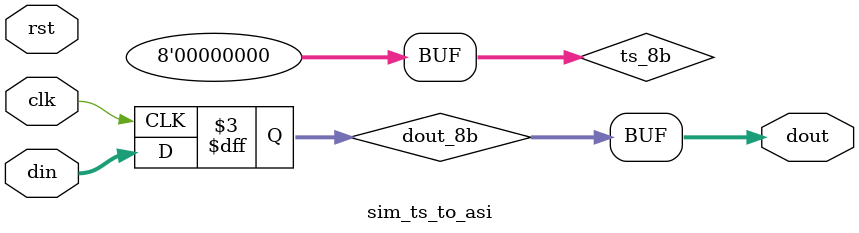
<source format=v>
module sim_ts_to_asi(clk,rst,din,dout);
//parameter PACK_BYTE_SIZE = 8'hBC;
output[7:0] dout;
input [7:0] din;
input clk,rst;

//internal reg

reg[7:0] ts_8b;
reg[7:0] dout_8b;

initial
  begin
    ts_8b<=0;
    dout_8b<=0;
  end
  
  assign dout = dout_8b;
  
  always @(posedge clk)
    begin
      dout_8b=din;
      $display("ts_to_asi get %h", dout_8b);
    end
endmodule


</source>
